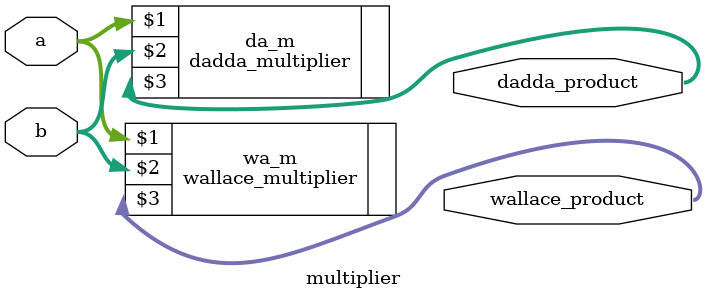
<source format=v>
module multiplier(input[7:0] a,b, output[15:0] dadda_product, wallace_product);
dadda_multiplier da_m(a,b,dadda_product);
wallace_multiplier wa_m(a,b,wallace_product);
endmodule

</source>
